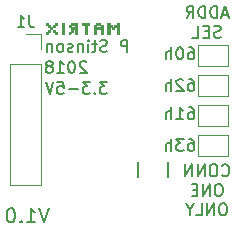
<source format=gbo>
G04 #@! TF.FileFunction,Legend,Bot*
%FSLAX46Y46*%
G04 Gerber Fmt 4.6, Leading zero omitted, Abs format (unit mm)*
G04 Created by KiCad (PCBNEW 4.0.7) date 08/19/18 18:09:51*
%MOMM*%
%LPD*%
G01*
G04 APERTURE LIST*
%ADD10C,0.100000*%
%ADD11C,0.200000*%
%ADD12C,0.150000*%
%ADD13C,0.120000*%
%ADD14C,0.010000*%
G04 APERTURE END LIST*
D10*
D11*
X151815571Y-115039857D02*
X151415571Y-116239857D01*
X151015571Y-115039857D01*
X149987000Y-116239857D02*
X150672715Y-116239857D01*
X150329857Y-116239857D02*
X150329857Y-115039857D01*
X150444143Y-115211286D01*
X150558429Y-115325571D01*
X150672715Y-115382714D01*
X149472715Y-116125571D02*
X149415572Y-116182714D01*
X149472715Y-116239857D01*
X149529858Y-116182714D01*
X149472715Y-116125571D01*
X149472715Y-116239857D01*
X148672714Y-115039857D02*
X148558429Y-115039857D01*
X148444143Y-115097000D01*
X148387000Y-115154143D01*
X148329857Y-115268429D01*
X148272714Y-115497000D01*
X148272714Y-115782714D01*
X148329857Y-116011286D01*
X148387000Y-116125571D01*
X148444143Y-116182714D01*
X148558429Y-116239857D01*
X148672714Y-116239857D01*
X148787000Y-116182714D01*
X148844143Y-116125571D01*
X148901286Y-116011286D01*
X148958429Y-115782714D01*
X148958429Y-115497000D01*
X148901286Y-115268429D01*
X148844143Y-115154143D01*
X148787000Y-115097000D01*
X148672714Y-115039857D01*
D12*
X156749428Y-104354381D02*
X156130380Y-104354381D01*
X156463714Y-104735333D01*
X156320856Y-104735333D01*
X156225618Y-104782952D01*
X156177999Y-104830571D01*
X156130380Y-104925810D01*
X156130380Y-105163905D01*
X156177999Y-105259143D01*
X156225618Y-105306762D01*
X156320856Y-105354381D01*
X156606571Y-105354381D01*
X156701809Y-105306762D01*
X156749428Y-105259143D01*
X155701809Y-105259143D02*
X155654190Y-105306762D01*
X155701809Y-105354381D01*
X155749428Y-105306762D01*
X155701809Y-105259143D01*
X155701809Y-105354381D01*
X155320857Y-104354381D02*
X154701809Y-104354381D01*
X155035143Y-104735333D01*
X154892285Y-104735333D01*
X154797047Y-104782952D01*
X154749428Y-104830571D01*
X154701809Y-104925810D01*
X154701809Y-105163905D01*
X154749428Y-105259143D01*
X154797047Y-105306762D01*
X154892285Y-105354381D01*
X155178000Y-105354381D01*
X155273238Y-105306762D01*
X155320857Y-105259143D01*
X154273238Y-104973429D02*
X153511333Y-104973429D01*
X152558952Y-104354381D02*
X153035143Y-104354381D01*
X153082762Y-104830571D01*
X153035143Y-104782952D01*
X152939905Y-104735333D01*
X152701809Y-104735333D01*
X152606571Y-104782952D01*
X152558952Y-104830571D01*
X152511333Y-104925810D01*
X152511333Y-105163905D01*
X152558952Y-105259143D01*
X152606571Y-105306762D01*
X152701809Y-105354381D01*
X152939905Y-105354381D01*
X153035143Y-105306762D01*
X153082762Y-105259143D01*
X152225619Y-104354381D02*
X151892286Y-105354381D01*
X151558952Y-104354381D01*
X155003286Y-102671619D02*
X154955667Y-102624000D01*
X154860429Y-102576381D01*
X154622333Y-102576381D01*
X154527095Y-102624000D01*
X154479476Y-102671619D01*
X154431857Y-102766857D01*
X154431857Y-102862095D01*
X154479476Y-103004952D01*
X155050905Y-103576381D01*
X154431857Y-103576381D01*
X153812810Y-102576381D02*
X153717571Y-102576381D01*
X153622333Y-102624000D01*
X153574714Y-102671619D01*
X153527095Y-102766857D01*
X153479476Y-102957333D01*
X153479476Y-103195429D01*
X153527095Y-103385905D01*
X153574714Y-103481143D01*
X153622333Y-103528762D01*
X153717571Y-103576381D01*
X153812810Y-103576381D01*
X153908048Y-103528762D01*
X153955667Y-103481143D01*
X154003286Y-103385905D01*
X154050905Y-103195429D01*
X154050905Y-102957333D01*
X154003286Y-102766857D01*
X153955667Y-102671619D01*
X153908048Y-102624000D01*
X153812810Y-102576381D01*
X152527095Y-103576381D02*
X153098524Y-103576381D01*
X152812810Y-103576381D02*
X152812810Y-102576381D01*
X152908048Y-102719238D01*
X153003286Y-102814476D01*
X153098524Y-102862095D01*
X151955667Y-103004952D02*
X152050905Y-102957333D01*
X152098524Y-102909714D01*
X152146143Y-102814476D01*
X152146143Y-102766857D01*
X152098524Y-102671619D01*
X152050905Y-102624000D01*
X151955667Y-102576381D01*
X151765190Y-102576381D01*
X151669952Y-102624000D01*
X151622333Y-102671619D01*
X151574714Y-102766857D01*
X151574714Y-102814476D01*
X151622333Y-102909714D01*
X151669952Y-102957333D01*
X151765190Y-103004952D01*
X151955667Y-103004952D01*
X152050905Y-103052571D01*
X152098524Y-103100190D01*
X152146143Y-103195429D01*
X152146143Y-103385905D01*
X152098524Y-103481143D01*
X152050905Y-103528762D01*
X151955667Y-103576381D01*
X151765190Y-103576381D01*
X151669952Y-103528762D01*
X151622333Y-103481143D01*
X151574714Y-103385905D01*
X151574714Y-103195429D01*
X151622333Y-103100190D01*
X151669952Y-103052571D01*
X151765190Y-103004952D01*
X158471762Y-101798381D02*
X158471762Y-100798381D01*
X158090809Y-100798381D01*
X157995571Y-100846000D01*
X157947952Y-100893619D01*
X157900333Y-100988857D01*
X157900333Y-101131714D01*
X157947952Y-101226952D01*
X157995571Y-101274571D01*
X158090809Y-101322190D01*
X158471762Y-101322190D01*
X156757476Y-101750762D02*
X156614619Y-101798381D01*
X156376523Y-101798381D01*
X156281285Y-101750762D01*
X156233666Y-101703143D01*
X156186047Y-101607905D01*
X156186047Y-101512667D01*
X156233666Y-101417429D01*
X156281285Y-101369810D01*
X156376523Y-101322190D01*
X156567000Y-101274571D01*
X156662238Y-101226952D01*
X156709857Y-101179333D01*
X156757476Y-101084095D01*
X156757476Y-100988857D01*
X156709857Y-100893619D01*
X156662238Y-100846000D01*
X156567000Y-100798381D01*
X156328904Y-100798381D01*
X156186047Y-100846000D01*
X155900333Y-101131714D02*
X155519381Y-101131714D01*
X155757476Y-100798381D02*
X155757476Y-101655524D01*
X155709857Y-101750762D01*
X155614619Y-101798381D01*
X155519381Y-101798381D01*
X155186047Y-101798381D02*
X155186047Y-101131714D01*
X155186047Y-100798381D02*
X155233666Y-100846000D01*
X155186047Y-100893619D01*
X155138428Y-100846000D01*
X155186047Y-100798381D01*
X155186047Y-100893619D01*
X154709857Y-101131714D02*
X154709857Y-101798381D01*
X154709857Y-101226952D02*
X154662238Y-101179333D01*
X154567000Y-101131714D01*
X154424142Y-101131714D01*
X154328904Y-101179333D01*
X154281285Y-101274571D01*
X154281285Y-101798381D01*
X153852714Y-101750762D02*
X153757476Y-101798381D01*
X153567000Y-101798381D01*
X153471761Y-101750762D01*
X153424142Y-101655524D01*
X153424142Y-101607905D01*
X153471761Y-101512667D01*
X153567000Y-101465048D01*
X153709857Y-101465048D01*
X153805095Y-101417429D01*
X153852714Y-101322190D01*
X153852714Y-101274571D01*
X153805095Y-101179333D01*
X153709857Y-101131714D01*
X153567000Y-101131714D01*
X153471761Y-101179333D01*
X152852714Y-101798381D02*
X152947952Y-101750762D01*
X152995571Y-101703143D01*
X153043190Y-101607905D01*
X153043190Y-101322190D01*
X152995571Y-101226952D01*
X152947952Y-101179333D01*
X152852714Y-101131714D01*
X152709856Y-101131714D01*
X152614618Y-101179333D01*
X152566999Y-101226952D01*
X152519380Y-101322190D01*
X152519380Y-101607905D01*
X152566999Y-101703143D01*
X152614618Y-101750762D01*
X152709856Y-101798381D01*
X152852714Y-101798381D01*
X152090809Y-101131714D02*
X152090809Y-101798381D01*
X152090809Y-101226952D02*
X152043190Y-101179333D01*
X151947952Y-101131714D01*
X151805094Y-101131714D01*
X151709856Y-101179333D01*
X151662237Y-101274571D01*
X151662237Y-101798381D01*
X166488904Y-112245143D02*
X166536523Y-112292762D01*
X166679380Y-112340381D01*
X166774618Y-112340381D01*
X166917476Y-112292762D01*
X167012714Y-112197524D01*
X167060333Y-112102286D01*
X167107952Y-111911810D01*
X167107952Y-111768952D01*
X167060333Y-111578476D01*
X167012714Y-111483238D01*
X166917476Y-111388000D01*
X166774618Y-111340381D01*
X166679380Y-111340381D01*
X166536523Y-111388000D01*
X166488904Y-111435619D01*
X165869857Y-111340381D02*
X165679380Y-111340381D01*
X165584142Y-111388000D01*
X165488904Y-111483238D01*
X165441285Y-111673714D01*
X165441285Y-112007048D01*
X165488904Y-112197524D01*
X165584142Y-112292762D01*
X165679380Y-112340381D01*
X165869857Y-112340381D01*
X165965095Y-112292762D01*
X166060333Y-112197524D01*
X166107952Y-112007048D01*
X166107952Y-111673714D01*
X166060333Y-111483238D01*
X165965095Y-111388000D01*
X165869857Y-111340381D01*
X165012714Y-112340381D02*
X165012714Y-111340381D01*
X164441285Y-112340381D01*
X164441285Y-111340381D01*
X163965095Y-112340381D02*
X163965095Y-111340381D01*
X163393666Y-112340381D01*
X163393666Y-111340381D01*
X166298429Y-112990381D02*
X166107952Y-112990381D01*
X166012714Y-113038000D01*
X165917476Y-113133238D01*
X165869857Y-113323714D01*
X165869857Y-113657048D01*
X165917476Y-113847524D01*
X166012714Y-113942762D01*
X166107952Y-113990381D01*
X166298429Y-113990381D01*
X166393667Y-113942762D01*
X166488905Y-113847524D01*
X166536524Y-113657048D01*
X166536524Y-113323714D01*
X166488905Y-113133238D01*
X166393667Y-113038000D01*
X166298429Y-112990381D01*
X165441286Y-113990381D02*
X165441286Y-112990381D01*
X164869857Y-113990381D01*
X164869857Y-112990381D01*
X164393667Y-113466571D02*
X164060333Y-113466571D01*
X163917476Y-113990381D02*
X164393667Y-113990381D01*
X164393667Y-112990381D01*
X163917476Y-112990381D01*
X166679381Y-114640381D02*
X166488904Y-114640381D01*
X166393666Y-114688000D01*
X166298428Y-114783238D01*
X166250809Y-114973714D01*
X166250809Y-115307048D01*
X166298428Y-115497524D01*
X166393666Y-115592762D01*
X166488904Y-115640381D01*
X166679381Y-115640381D01*
X166774619Y-115592762D01*
X166869857Y-115497524D01*
X166917476Y-115307048D01*
X166917476Y-114973714D01*
X166869857Y-114783238D01*
X166774619Y-114688000D01*
X166679381Y-114640381D01*
X165822238Y-115640381D02*
X165822238Y-114640381D01*
X165250809Y-115640381D01*
X165250809Y-114640381D01*
X164298428Y-115640381D02*
X164774619Y-115640381D01*
X164774619Y-114640381D01*
X163774619Y-115164190D02*
X163774619Y-115640381D01*
X164107952Y-114640381D02*
X163774619Y-115164190D01*
X163441285Y-114640381D01*
X166965095Y-98655667D02*
X166488904Y-98655667D01*
X167060333Y-98941381D02*
X166727000Y-97941381D01*
X166393666Y-98941381D01*
X166060333Y-98941381D02*
X166060333Y-97941381D01*
X165822238Y-97941381D01*
X165679380Y-97989000D01*
X165584142Y-98084238D01*
X165536523Y-98179476D01*
X165488904Y-98369952D01*
X165488904Y-98512810D01*
X165536523Y-98703286D01*
X165584142Y-98798524D01*
X165679380Y-98893762D01*
X165822238Y-98941381D01*
X166060333Y-98941381D01*
X165060333Y-98941381D02*
X165060333Y-97941381D01*
X164822238Y-97941381D01*
X164679380Y-97989000D01*
X164584142Y-98084238D01*
X164536523Y-98179476D01*
X164488904Y-98369952D01*
X164488904Y-98512810D01*
X164536523Y-98703286D01*
X164584142Y-98798524D01*
X164679380Y-98893762D01*
X164822238Y-98941381D01*
X165060333Y-98941381D01*
X163488904Y-98941381D02*
X163822238Y-98465190D01*
X164060333Y-98941381D02*
X164060333Y-97941381D01*
X163679380Y-97941381D01*
X163584142Y-97989000D01*
X163536523Y-98036619D01*
X163488904Y-98131857D01*
X163488904Y-98274714D01*
X163536523Y-98369952D01*
X163584142Y-98417571D01*
X163679380Y-98465190D01*
X164060333Y-98465190D01*
X166369857Y-100543762D02*
X166227000Y-100591381D01*
X165988904Y-100591381D01*
X165893666Y-100543762D01*
X165846047Y-100496143D01*
X165798428Y-100400905D01*
X165798428Y-100305667D01*
X165846047Y-100210429D01*
X165893666Y-100162810D01*
X165988904Y-100115190D01*
X166179381Y-100067571D01*
X166274619Y-100019952D01*
X166322238Y-99972333D01*
X166369857Y-99877095D01*
X166369857Y-99781857D01*
X166322238Y-99686619D01*
X166274619Y-99639000D01*
X166179381Y-99591381D01*
X165941285Y-99591381D01*
X165798428Y-99639000D01*
X165369857Y-100067571D02*
X165036523Y-100067571D01*
X164893666Y-100591381D02*
X165369857Y-100591381D01*
X165369857Y-99591381D01*
X164893666Y-99591381D01*
X163988904Y-100591381D02*
X164465095Y-100591381D01*
X164465095Y-99591381D01*
D13*
X151190000Y-113090000D02*
X148530000Y-113090000D01*
X151190000Y-102870000D02*
X151190000Y-113090000D01*
X148530000Y-102870000D02*
X148530000Y-113090000D01*
X151190000Y-102870000D02*
X148530000Y-102870000D01*
X151190000Y-101600000D02*
X151190000Y-100270000D01*
X151190000Y-100270000D02*
X149860000Y-100270000D01*
X164465000Y-108838000D02*
X167005000Y-108838000D01*
X167005000Y-110618000D02*
X164465000Y-110618000D01*
X167005000Y-110618000D02*
X167005000Y-108838000D01*
X164465000Y-108838000D02*
X164465000Y-110618000D01*
X164465000Y-103758000D02*
X167005000Y-103758000D01*
X167005000Y-105538000D02*
X164465000Y-105538000D01*
X167005000Y-105538000D02*
X167005000Y-103758000D01*
X164465000Y-103758000D02*
X164465000Y-105538000D01*
X164465000Y-106298000D02*
X167005000Y-106298000D01*
X167005000Y-108078000D02*
X164465000Y-108078000D01*
X167005000Y-108078000D02*
X167005000Y-106298000D01*
X164465000Y-106298000D02*
X164465000Y-108078000D01*
X164465000Y-101218000D02*
X167005000Y-101218000D01*
X167005000Y-102998000D02*
X164465000Y-102998000D01*
X167005000Y-102998000D02*
X167005000Y-101218000D01*
X164465000Y-101218000D02*
X164465000Y-102998000D01*
D14*
G36*
X157564666Y-99546833D02*
X157374166Y-99546833D01*
X157374166Y-99716167D01*
X157564666Y-99716167D01*
X157564666Y-100287667D01*
X157734000Y-100287667D01*
X157734000Y-99356333D01*
X157564666Y-99356333D01*
X157564666Y-99546833D01*
X157564666Y-99546833D01*
G37*
X157564666Y-99546833D02*
X157374166Y-99546833D01*
X157374166Y-99716167D01*
X157564666Y-99716167D01*
X157564666Y-100287667D01*
X157734000Y-100287667D01*
X157734000Y-99356333D01*
X157564666Y-99356333D01*
X157564666Y-99546833D01*
G36*
X156781500Y-100287667D02*
X156972000Y-100287667D01*
X156972000Y-99716167D01*
X157162500Y-99716167D01*
X157162500Y-99546833D01*
X156972000Y-99546833D01*
X156972000Y-99356333D01*
X156781500Y-99356333D01*
X156781500Y-100287667D01*
X156781500Y-100287667D01*
G37*
X156781500Y-100287667D02*
X156972000Y-100287667D01*
X156972000Y-99716167D01*
X157162500Y-99716167D01*
X157162500Y-99546833D01*
X156972000Y-99546833D01*
X156972000Y-99356333D01*
X156781500Y-99356333D01*
X156781500Y-100287667D01*
G36*
X156210000Y-99737333D02*
X155786666Y-99737333D01*
X155786666Y-99546833D01*
X155617333Y-99546833D01*
X155617333Y-100287667D01*
X155786666Y-100287667D01*
X155786666Y-99906667D01*
X156210000Y-99906667D01*
X156210000Y-100287667D01*
X156379333Y-100287667D01*
X156379333Y-99546833D01*
X156210000Y-99546833D01*
X156210000Y-99737333D01*
X156210000Y-99737333D01*
G37*
X156210000Y-99737333D02*
X155786666Y-99737333D01*
X155786666Y-99546833D01*
X155617333Y-99546833D01*
X155617333Y-100287667D01*
X155786666Y-100287667D01*
X155786666Y-99906667D01*
X156210000Y-99906667D01*
X156210000Y-100287667D01*
X156379333Y-100287667D01*
X156379333Y-99546833D01*
X156210000Y-99546833D01*
X156210000Y-99737333D01*
G36*
X154664833Y-99525667D02*
X154855333Y-99525667D01*
X154855333Y-100287667D01*
X155024666Y-100287667D01*
X155024666Y-99525667D01*
X155215166Y-99525667D01*
X155215166Y-99356333D01*
X154664833Y-99356333D01*
X154664833Y-99525667D01*
X154664833Y-99525667D01*
G37*
X154664833Y-99525667D02*
X154855333Y-99525667D01*
X154855333Y-100287667D01*
X155024666Y-100287667D01*
X155024666Y-99525667D01*
X155215166Y-99525667D01*
X155215166Y-99356333D01*
X154664833Y-99356333D01*
X154664833Y-99525667D01*
G36*
X153691166Y-99525667D02*
X154072166Y-99525667D01*
X154072166Y-99737333D01*
X153691166Y-99737333D01*
X153691166Y-100097167D01*
X153860500Y-100097167D01*
X153860500Y-99906667D01*
X154072166Y-99906667D01*
X154072166Y-100287667D01*
X154241500Y-100287667D01*
X154241500Y-99356333D01*
X153691166Y-99356333D01*
X153691166Y-99525667D01*
X153691166Y-99525667D01*
G37*
X153691166Y-99525667D02*
X154072166Y-99525667D01*
X154072166Y-99737333D01*
X153691166Y-99737333D01*
X153691166Y-100097167D01*
X153860500Y-100097167D01*
X153860500Y-99906667D01*
X154072166Y-99906667D01*
X154072166Y-100287667D01*
X154241500Y-100287667D01*
X154241500Y-99356333D01*
X153691166Y-99356333D01*
X153691166Y-99525667D01*
G36*
X153531140Y-100120370D02*
X153507059Y-100134627D01*
X153500870Y-100173326D01*
X153500666Y-100203000D01*
X153502703Y-100257193D01*
X153516961Y-100281274D01*
X153555659Y-100287463D01*
X153585333Y-100287667D01*
X153639527Y-100285630D01*
X153663608Y-100271372D01*
X153669796Y-100232674D01*
X153670000Y-100203000D01*
X153667963Y-100148806D01*
X153653706Y-100124725D01*
X153615007Y-100118537D01*
X153585333Y-100118333D01*
X153531140Y-100120370D01*
X153531140Y-100120370D01*
G37*
X153531140Y-100120370D02*
X153507059Y-100134627D01*
X153500870Y-100173326D01*
X153500666Y-100203000D01*
X153502703Y-100257193D01*
X153516961Y-100281274D01*
X153555659Y-100287463D01*
X153585333Y-100287667D01*
X153639527Y-100285630D01*
X153663608Y-100271372D01*
X153669796Y-100232674D01*
X153670000Y-100203000D01*
X153667963Y-100148806D01*
X153653706Y-100124725D01*
X153615007Y-100118537D01*
X153585333Y-100118333D01*
X153531140Y-100120370D01*
G36*
X152908000Y-100287667D02*
X153098500Y-100287667D01*
X153098500Y-99356333D01*
X152908000Y-99356333D01*
X152908000Y-100287667D01*
X152908000Y-100287667D01*
G37*
X152908000Y-100287667D02*
X153098500Y-100287667D01*
X153098500Y-99356333D01*
X152908000Y-99356333D01*
X152908000Y-100287667D01*
G36*
X152366973Y-100120370D02*
X152342892Y-100134627D01*
X152336703Y-100173326D01*
X152336500Y-100203000D01*
X152338537Y-100257193D01*
X152352794Y-100281274D01*
X152391492Y-100287463D01*
X152421166Y-100287667D01*
X152475360Y-100285630D01*
X152499441Y-100271372D01*
X152505630Y-100232674D01*
X152505833Y-100203000D01*
X152503796Y-100148806D01*
X152489539Y-100124725D01*
X152450841Y-100118537D01*
X152421166Y-100118333D01*
X152366973Y-100120370D01*
X152366973Y-100120370D01*
G37*
X152366973Y-100120370D02*
X152342892Y-100134627D01*
X152336703Y-100173326D01*
X152336500Y-100203000D01*
X152338537Y-100257193D01*
X152352794Y-100281274D01*
X152391492Y-100287463D01*
X152421166Y-100287667D01*
X152475360Y-100285630D01*
X152499441Y-100271372D01*
X152505630Y-100232674D01*
X152505833Y-100203000D01*
X152503796Y-100148806D01*
X152489539Y-100124725D01*
X152450841Y-100118537D01*
X152421166Y-100118333D01*
X152366973Y-100120370D01*
G36*
X151553333Y-100287667D02*
X151743833Y-100287667D01*
X151743833Y-100118333D01*
X151553333Y-100118333D01*
X151553333Y-100287667D01*
X151553333Y-100287667D01*
G37*
X151553333Y-100287667D02*
X151743833Y-100287667D01*
X151743833Y-100118333D01*
X151553333Y-100118333D01*
X151553333Y-100287667D01*
G36*
X152176473Y-99929870D02*
X152152392Y-99944127D01*
X152146203Y-99982826D01*
X152146000Y-100012500D01*
X152148037Y-100066693D01*
X152162294Y-100090774D01*
X152200992Y-100096963D01*
X152230666Y-100097167D01*
X152284860Y-100095130D01*
X152308941Y-100080872D01*
X152315130Y-100042174D01*
X152315333Y-100012500D01*
X152313296Y-99958306D01*
X152299039Y-99934225D01*
X152260341Y-99928037D01*
X152230666Y-99927833D01*
X152176473Y-99929870D01*
X152176473Y-99929870D01*
G37*
X152176473Y-99929870D02*
X152152392Y-99944127D01*
X152146203Y-99982826D01*
X152146000Y-100012500D01*
X152148037Y-100066693D01*
X152162294Y-100090774D01*
X152200992Y-100096963D01*
X152230666Y-100097167D01*
X152284860Y-100095130D01*
X152308941Y-100080872D01*
X152315130Y-100042174D01*
X152315333Y-100012500D01*
X152313296Y-99958306D01*
X152299039Y-99934225D01*
X152260341Y-99928037D01*
X152230666Y-99927833D01*
X152176473Y-99929870D01*
G36*
X151795473Y-99929870D02*
X151771392Y-99944127D01*
X151765203Y-99982826D01*
X151765000Y-100012500D01*
X151767037Y-100066693D01*
X151781294Y-100090774D01*
X151819992Y-100096963D01*
X151849666Y-100097167D01*
X151903860Y-100095130D01*
X151927941Y-100080872D01*
X151934130Y-100042174D01*
X151934333Y-100012500D01*
X151932296Y-99958306D01*
X151918039Y-99934225D01*
X151879341Y-99928037D01*
X151849666Y-99927833D01*
X151795473Y-99929870D01*
X151795473Y-99929870D01*
G37*
X151795473Y-99929870D02*
X151771392Y-99944127D01*
X151765203Y-99982826D01*
X151765000Y-100012500D01*
X151767037Y-100066693D01*
X151781294Y-100090774D01*
X151819992Y-100096963D01*
X151849666Y-100097167D01*
X151903860Y-100095130D01*
X151927941Y-100080872D01*
X151934130Y-100042174D01*
X151934333Y-100012500D01*
X151932296Y-99958306D01*
X151918039Y-99934225D01*
X151879341Y-99928037D01*
X151849666Y-99927833D01*
X151795473Y-99929870D01*
G36*
X157214140Y-99739370D02*
X157190059Y-99753627D01*
X157183870Y-99792326D01*
X157183666Y-99822000D01*
X157185703Y-99876193D01*
X157199961Y-99900274D01*
X157238659Y-99906463D01*
X157268333Y-99906667D01*
X157322527Y-99904630D01*
X157346608Y-99890372D01*
X157352796Y-99851674D01*
X157353000Y-99822000D01*
X157350963Y-99767806D01*
X157336706Y-99743725D01*
X157298007Y-99737537D01*
X157268333Y-99737333D01*
X157214140Y-99739370D01*
X157214140Y-99739370D01*
G37*
X157214140Y-99739370D02*
X157190059Y-99753627D01*
X157183870Y-99792326D01*
X157183666Y-99822000D01*
X157185703Y-99876193D01*
X157199961Y-99900274D01*
X157238659Y-99906463D01*
X157268333Y-99906667D01*
X157322527Y-99904630D01*
X157346608Y-99890372D01*
X157352796Y-99851674D01*
X157353000Y-99822000D01*
X157350963Y-99767806D01*
X157336706Y-99743725D01*
X157298007Y-99737537D01*
X157268333Y-99737333D01*
X157214140Y-99739370D01*
G36*
X151985973Y-99739370D02*
X151961892Y-99753627D01*
X151955703Y-99792326D01*
X151955500Y-99822000D01*
X151957537Y-99876193D01*
X151971794Y-99900274D01*
X152010492Y-99906463D01*
X152040166Y-99906667D01*
X152094360Y-99904630D01*
X152118441Y-99890372D01*
X152124630Y-99851674D01*
X152124833Y-99822000D01*
X152122796Y-99767806D01*
X152108539Y-99743725D01*
X152069841Y-99737537D01*
X152040166Y-99737333D01*
X151985973Y-99739370D01*
X151985973Y-99739370D01*
G37*
X151985973Y-99739370D02*
X151961892Y-99753627D01*
X151955703Y-99792326D01*
X151955500Y-99822000D01*
X151957537Y-99876193D01*
X151971794Y-99900274D01*
X152010492Y-99906463D01*
X152040166Y-99906667D01*
X152094360Y-99904630D01*
X152118441Y-99890372D01*
X152124630Y-99851674D01*
X152124833Y-99822000D01*
X152122796Y-99767806D01*
X152108539Y-99743725D01*
X152069841Y-99737537D01*
X152040166Y-99737333D01*
X151985973Y-99739370D01*
G36*
X153531140Y-99548870D02*
X153507059Y-99563127D01*
X153500870Y-99601826D01*
X153500666Y-99631500D01*
X153502703Y-99685693D01*
X153516961Y-99709774D01*
X153555659Y-99715963D01*
X153585333Y-99716167D01*
X153639527Y-99714130D01*
X153663608Y-99699872D01*
X153669796Y-99661174D01*
X153670000Y-99631500D01*
X153667963Y-99577306D01*
X153653706Y-99553225D01*
X153615007Y-99547037D01*
X153585333Y-99546833D01*
X153531140Y-99548870D01*
X153531140Y-99548870D01*
G37*
X153531140Y-99548870D02*
X153507059Y-99563127D01*
X153500870Y-99601826D01*
X153500666Y-99631500D01*
X153502703Y-99685693D01*
X153516961Y-99709774D01*
X153555659Y-99715963D01*
X153585333Y-99716167D01*
X153639527Y-99714130D01*
X153663608Y-99699872D01*
X153669796Y-99661174D01*
X153670000Y-99631500D01*
X153667963Y-99577306D01*
X153653706Y-99553225D01*
X153615007Y-99547037D01*
X153585333Y-99546833D01*
X153531140Y-99548870D01*
G36*
X152176473Y-99548870D02*
X152152392Y-99563127D01*
X152146203Y-99601826D01*
X152146000Y-99631500D01*
X152148037Y-99685693D01*
X152162294Y-99709774D01*
X152200992Y-99715963D01*
X152230666Y-99716167D01*
X152284860Y-99714130D01*
X152308941Y-99699872D01*
X152315130Y-99661174D01*
X152315333Y-99631500D01*
X152313296Y-99577306D01*
X152299039Y-99553225D01*
X152260341Y-99547037D01*
X152230666Y-99546833D01*
X152176473Y-99548870D01*
X152176473Y-99548870D01*
G37*
X152176473Y-99548870D02*
X152152392Y-99563127D01*
X152146203Y-99601826D01*
X152146000Y-99631500D01*
X152148037Y-99685693D01*
X152162294Y-99709774D01*
X152200992Y-99715963D01*
X152230666Y-99716167D01*
X152284860Y-99714130D01*
X152308941Y-99699872D01*
X152315130Y-99661174D01*
X152315333Y-99631500D01*
X152313296Y-99577306D01*
X152299039Y-99553225D01*
X152260341Y-99547037D01*
X152230666Y-99546833D01*
X152176473Y-99548870D01*
G36*
X151795473Y-99548870D02*
X151771392Y-99563127D01*
X151765203Y-99601826D01*
X151765000Y-99631500D01*
X151767037Y-99685693D01*
X151781294Y-99709774D01*
X151819992Y-99715963D01*
X151849666Y-99716167D01*
X151903860Y-99714130D01*
X151927941Y-99699872D01*
X151934130Y-99661174D01*
X151934333Y-99631500D01*
X151932296Y-99577306D01*
X151918039Y-99553225D01*
X151879341Y-99547037D01*
X151849666Y-99546833D01*
X151795473Y-99548870D01*
X151795473Y-99548870D01*
G37*
X151795473Y-99548870D02*
X151771392Y-99563127D01*
X151765203Y-99601826D01*
X151765000Y-99631500D01*
X151767037Y-99685693D01*
X151781294Y-99709774D01*
X151819992Y-99715963D01*
X151849666Y-99716167D01*
X151903860Y-99714130D01*
X151927941Y-99699872D01*
X151934130Y-99661174D01*
X151934333Y-99631500D01*
X151932296Y-99577306D01*
X151918039Y-99553225D01*
X151879341Y-99547037D01*
X151849666Y-99546833D01*
X151795473Y-99548870D01*
G36*
X155807833Y-99525667D02*
X156188833Y-99525667D01*
X156188833Y-99356333D01*
X155807833Y-99356333D01*
X155807833Y-99525667D01*
X155807833Y-99525667D01*
G37*
X155807833Y-99525667D02*
X156188833Y-99525667D01*
X156188833Y-99356333D01*
X155807833Y-99356333D01*
X155807833Y-99525667D01*
G36*
X152366973Y-99358370D02*
X152342892Y-99372627D01*
X152336703Y-99411326D01*
X152336500Y-99441000D01*
X152338537Y-99495193D01*
X152352794Y-99519274D01*
X152391492Y-99525463D01*
X152421166Y-99525667D01*
X152475360Y-99523630D01*
X152499441Y-99509372D01*
X152505630Y-99470674D01*
X152505833Y-99441000D01*
X152503796Y-99386806D01*
X152489539Y-99362725D01*
X152450841Y-99356537D01*
X152421166Y-99356333D01*
X152366973Y-99358370D01*
X152366973Y-99358370D01*
G37*
X152366973Y-99358370D02*
X152342892Y-99372627D01*
X152336703Y-99411326D01*
X152336500Y-99441000D01*
X152338537Y-99495193D01*
X152352794Y-99519274D01*
X152391492Y-99525463D01*
X152421166Y-99525667D01*
X152475360Y-99523630D01*
X152499441Y-99509372D01*
X152505630Y-99470674D01*
X152505833Y-99441000D01*
X152503796Y-99386806D01*
X152489539Y-99362725D01*
X152450841Y-99356537D01*
X152421166Y-99356333D01*
X152366973Y-99358370D01*
G36*
X151553333Y-99525667D02*
X151743833Y-99525667D01*
X151743833Y-99356333D01*
X151553333Y-99356333D01*
X151553333Y-99525667D01*
X151553333Y-99525667D01*
G37*
X151553333Y-99525667D02*
X151743833Y-99525667D01*
X151743833Y-99356333D01*
X151553333Y-99356333D01*
X151553333Y-99525667D01*
D12*
X159385000Y-111125000D02*
X159385000Y-112395000D01*
X161925000Y-111125000D02*
X161925000Y-112395000D01*
X150193333Y-98722381D02*
X150193333Y-99436667D01*
X150240953Y-99579524D01*
X150336191Y-99674762D01*
X150479048Y-99722381D01*
X150574286Y-99722381D01*
X149193333Y-99722381D02*
X149764762Y-99722381D01*
X149479048Y-99722381D02*
X149479048Y-98722381D01*
X149574286Y-98865238D01*
X149669524Y-98960476D01*
X149764762Y-99008095D01*
X163679095Y-109180381D02*
X163869572Y-109180381D01*
X163964810Y-109228000D01*
X164012429Y-109275619D01*
X164107667Y-109418476D01*
X164155286Y-109608952D01*
X164155286Y-109989905D01*
X164107667Y-110085143D01*
X164060048Y-110132762D01*
X163964810Y-110180381D01*
X163774333Y-110180381D01*
X163679095Y-110132762D01*
X163631476Y-110085143D01*
X163583857Y-109989905D01*
X163583857Y-109751810D01*
X163631476Y-109656571D01*
X163679095Y-109608952D01*
X163774333Y-109561333D01*
X163964810Y-109561333D01*
X164060048Y-109608952D01*
X164107667Y-109656571D01*
X164155286Y-109751810D01*
X163250524Y-109180381D02*
X162631476Y-109180381D01*
X162964810Y-109561333D01*
X162821952Y-109561333D01*
X162726714Y-109608952D01*
X162679095Y-109656571D01*
X162631476Y-109751810D01*
X162631476Y-109989905D01*
X162679095Y-110085143D01*
X162726714Y-110132762D01*
X162821952Y-110180381D01*
X163107667Y-110180381D01*
X163202905Y-110132762D01*
X163250524Y-110085143D01*
X162202905Y-110180381D02*
X162202905Y-109180381D01*
X161774333Y-110180381D02*
X161774333Y-109656571D01*
X161821952Y-109561333D01*
X161917190Y-109513714D01*
X162060048Y-109513714D01*
X162155286Y-109561333D01*
X162202905Y-109608952D01*
X163679095Y-104100381D02*
X163869572Y-104100381D01*
X163964810Y-104148000D01*
X164012429Y-104195619D01*
X164107667Y-104338476D01*
X164155286Y-104528952D01*
X164155286Y-104909905D01*
X164107667Y-105005143D01*
X164060048Y-105052762D01*
X163964810Y-105100381D01*
X163774333Y-105100381D01*
X163679095Y-105052762D01*
X163631476Y-105005143D01*
X163583857Y-104909905D01*
X163583857Y-104671810D01*
X163631476Y-104576571D01*
X163679095Y-104528952D01*
X163774333Y-104481333D01*
X163964810Y-104481333D01*
X164060048Y-104528952D01*
X164107667Y-104576571D01*
X164155286Y-104671810D01*
X163202905Y-104195619D02*
X163155286Y-104148000D01*
X163060048Y-104100381D01*
X162821952Y-104100381D01*
X162726714Y-104148000D01*
X162679095Y-104195619D01*
X162631476Y-104290857D01*
X162631476Y-104386095D01*
X162679095Y-104528952D01*
X163250524Y-105100381D01*
X162631476Y-105100381D01*
X162202905Y-105100381D02*
X162202905Y-104100381D01*
X161774333Y-105100381D02*
X161774333Y-104576571D01*
X161821952Y-104481333D01*
X161917190Y-104433714D01*
X162060048Y-104433714D01*
X162155286Y-104481333D01*
X162202905Y-104528952D01*
X163679095Y-106513381D02*
X163869572Y-106513381D01*
X163964810Y-106561000D01*
X164012429Y-106608619D01*
X164107667Y-106751476D01*
X164155286Y-106941952D01*
X164155286Y-107322905D01*
X164107667Y-107418143D01*
X164060048Y-107465762D01*
X163964810Y-107513381D01*
X163774333Y-107513381D01*
X163679095Y-107465762D01*
X163631476Y-107418143D01*
X163583857Y-107322905D01*
X163583857Y-107084810D01*
X163631476Y-106989571D01*
X163679095Y-106941952D01*
X163774333Y-106894333D01*
X163964810Y-106894333D01*
X164060048Y-106941952D01*
X164107667Y-106989571D01*
X164155286Y-107084810D01*
X162631476Y-107513381D02*
X163202905Y-107513381D01*
X162917191Y-107513381D02*
X162917191Y-106513381D01*
X163012429Y-106656238D01*
X163107667Y-106751476D01*
X163202905Y-106799095D01*
X162202905Y-107513381D02*
X162202905Y-106513381D01*
X161774333Y-107513381D02*
X161774333Y-106989571D01*
X161821952Y-106894333D01*
X161917190Y-106846714D01*
X162060048Y-106846714D01*
X162155286Y-106894333D01*
X162202905Y-106941952D01*
X163679095Y-101433381D02*
X163869572Y-101433381D01*
X163964810Y-101481000D01*
X164012429Y-101528619D01*
X164107667Y-101671476D01*
X164155286Y-101861952D01*
X164155286Y-102242905D01*
X164107667Y-102338143D01*
X164060048Y-102385762D01*
X163964810Y-102433381D01*
X163774333Y-102433381D01*
X163679095Y-102385762D01*
X163631476Y-102338143D01*
X163583857Y-102242905D01*
X163583857Y-102004810D01*
X163631476Y-101909571D01*
X163679095Y-101861952D01*
X163774333Y-101814333D01*
X163964810Y-101814333D01*
X164060048Y-101861952D01*
X164107667Y-101909571D01*
X164155286Y-102004810D01*
X162964810Y-101433381D02*
X162869571Y-101433381D01*
X162774333Y-101481000D01*
X162726714Y-101528619D01*
X162679095Y-101623857D01*
X162631476Y-101814333D01*
X162631476Y-102052429D01*
X162679095Y-102242905D01*
X162726714Y-102338143D01*
X162774333Y-102385762D01*
X162869571Y-102433381D01*
X162964810Y-102433381D01*
X163060048Y-102385762D01*
X163107667Y-102338143D01*
X163155286Y-102242905D01*
X163202905Y-102052429D01*
X163202905Y-101814333D01*
X163155286Y-101623857D01*
X163107667Y-101528619D01*
X163060048Y-101481000D01*
X162964810Y-101433381D01*
X162202905Y-102433381D02*
X162202905Y-101433381D01*
X161774333Y-102433381D02*
X161774333Y-101909571D01*
X161821952Y-101814333D01*
X161917190Y-101766714D01*
X162060048Y-101766714D01*
X162155286Y-101814333D01*
X162202905Y-101861952D01*
M02*

</source>
